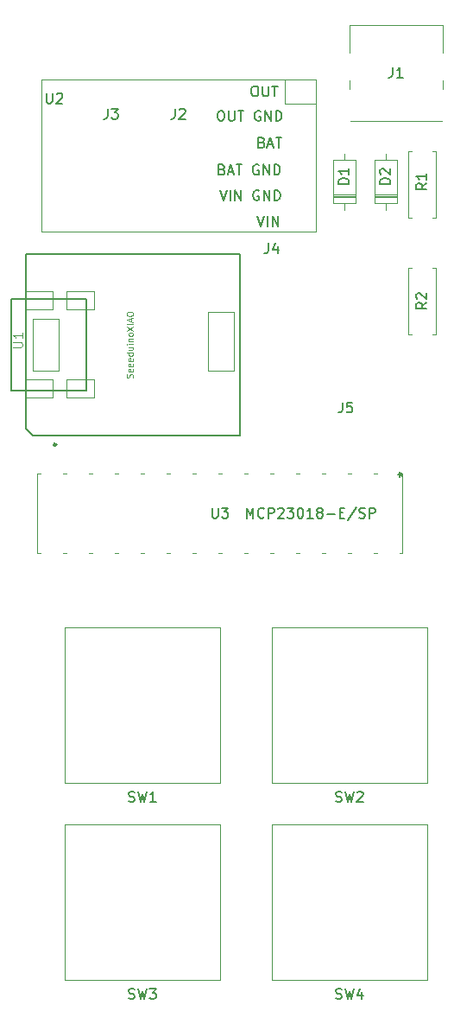
<source format=gbr>
%TF.GenerationSoftware,KiCad,Pcbnew,(6.0.1)*%
%TF.CreationDate,2022-02-25T19:27:25-05:00*%
%TF.ProjectId,InductorSchem,496e6475-6374-46f7-9253-6368656d2e6b,1*%
%TF.SameCoordinates,Original*%
%TF.FileFunction,Legend,Top*%
%TF.FilePolarity,Positive*%
%FSLAX46Y46*%
G04 Gerber Fmt 4.6, Leading zero omitted, Abs format (unit mm)*
G04 Created by KiCad (PCBNEW (6.0.1)) date 2022-02-25 19:27:25*
%MOMM*%
%LPD*%
G01*
G04 APERTURE LIST*
%ADD10C,0.150000*%
%ADD11C,0.101600*%
%ADD12C,0.076200*%
%ADD13C,0.120000*%
%ADD14C,0.066040*%
%ADD15C,0.127000*%
%ADD16C,0.254000*%
G04 APERTURE END LIST*
D10*
%TO.C,U3*%
X139446095Y-99528380D02*
X139446095Y-100337904D01*
X139493714Y-100433142D01*
X139541333Y-100480761D01*
X139636571Y-100528380D01*
X139827047Y-100528380D01*
X139922285Y-100480761D01*
X139969904Y-100433142D01*
X140017523Y-100337904D01*
X140017523Y-99528380D01*
X140398476Y-99528380D02*
X141017523Y-99528380D01*
X140684190Y-99909333D01*
X140827047Y-99909333D01*
X140922285Y-99956952D01*
X140969904Y-100004571D01*
X141017523Y-100099809D01*
X141017523Y-100337904D01*
X140969904Y-100433142D01*
X140922285Y-100480761D01*
X140827047Y-100528380D01*
X140541333Y-100528380D01*
X140446095Y-100480761D01*
X140398476Y-100433142D01*
X142812285Y-100528380D02*
X142812285Y-99528380D01*
X143145619Y-100242666D01*
X143478952Y-99528380D01*
X143478952Y-100528380D01*
X144526571Y-100433142D02*
X144478952Y-100480761D01*
X144336095Y-100528380D01*
X144240857Y-100528380D01*
X144098000Y-100480761D01*
X144002761Y-100385523D01*
X143955142Y-100290285D01*
X143907523Y-100099809D01*
X143907523Y-99956952D01*
X143955142Y-99766476D01*
X144002761Y-99671238D01*
X144098000Y-99576000D01*
X144240857Y-99528380D01*
X144336095Y-99528380D01*
X144478952Y-99576000D01*
X144526571Y-99623619D01*
X144955142Y-100528380D02*
X144955142Y-99528380D01*
X145336095Y-99528380D01*
X145431333Y-99576000D01*
X145478952Y-99623619D01*
X145526571Y-99718857D01*
X145526571Y-99861714D01*
X145478952Y-99956952D01*
X145431333Y-100004571D01*
X145336095Y-100052190D01*
X144955142Y-100052190D01*
X145907523Y-99623619D02*
X145955142Y-99576000D01*
X146050380Y-99528380D01*
X146288476Y-99528380D01*
X146383714Y-99576000D01*
X146431333Y-99623619D01*
X146478952Y-99718857D01*
X146478952Y-99814095D01*
X146431333Y-99956952D01*
X145859904Y-100528380D01*
X146478952Y-100528380D01*
X146812285Y-99528380D02*
X147431333Y-99528380D01*
X147098000Y-99909333D01*
X147240857Y-99909333D01*
X147336095Y-99956952D01*
X147383714Y-100004571D01*
X147431333Y-100099809D01*
X147431333Y-100337904D01*
X147383714Y-100433142D01*
X147336095Y-100480761D01*
X147240857Y-100528380D01*
X146955142Y-100528380D01*
X146859904Y-100480761D01*
X146812285Y-100433142D01*
X148050380Y-99528380D02*
X148145619Y-99528380D01*
X148240857Y-99576000D01*
X148288476Y-99623619D01*
X148336095Y-99718857D01*
X148383714Y-99909333D01*
X148383714Y-100147428D01*
X148336095Y-100337904D01*
X148288476Y-100433142D01*
X148240857Y-100480761D01*
X148145619Y-100528380D01*
X148050380Y-100528380D01*
X147955142Y-100480761D01*
X147907523Y-100433142D01*
X147859904Y-100337904D01*
X147812285Y-100147428D01*
X147812285Y-99909333D01*
X147859904Y-99718857D01*
X147907523Y-99623619D01*
X147955142Y-99576000D01*
X148050380Y-99528380D01*
X149336095Y-100528380D02*
X148764666Y-100528380D01*
X149050380Y-100528380D02*
X149050380Y-99528380D01*
X148955142Y-99671238D01*
X148859904Y-99766476D01*
X148764666Y-99814095D01*
X149907523Y-99956952D02*
X149812285Y-99909333D01*
X149764666Y-99861714D01*
X149717047Y-99766476D01*
X149717047Y-99718857D01*
X149764666Y-99623619D01*
X149812285Y-99576000D01*
X149907523Y-99528380D01*
X150098000Y-99528380D01*
X150193238Y-99576000D01*
X150240857Y-99623619D01*
X150288476Y-99718857D01*
X150288476Y-99766476D01*
X150240857Y-99861714D01*
X150193238Y-99909333D01*
X150098000Y-99956952D01*
X149907523Y-99956952D01*
X149812285Y-100004571D01*
X149764666Y-100052190D01*
X149717047Y-100147428D01*
X149717047Y-100337904D01*
X149764666Y-100433142D01*
X149812285Y-100480761D01*
X149907523Y-100528380D01*
X150098000Y-100528380D01*
X150193238Y-100480761D01*
X150240857Y-100433142D01*
X150288476Y-100337904D01*
X150288476Y-100147428D01*
X150240857Y-100052190D01*
X150193238Y-100004571D01*
X150098000Y-99956952D01*
X150717047Y-100147428D02*
X151478952Y-100147428D01*
X151955142Y-100004571D02*
X152288476Y-100004571D01*
X152431333Y-100528380D02*
X151955142Y-100528380D01*
X151955142Y-99528380D01*
X152431333Y-99528380D01*
X153574190Y-99480761D02*
X152717047Y-100766476D01*
X153859904Y-100480761D02*
X154002761Y-100528380D01*
X154240857Y-100528380D01*
X154336095Y-100480761D01*
X154383714Y-100433142D01*
X154431333Y-100337904D01*
X154431333Y-100242666D01*
X154383714Y-100147428D01*
X154336095Y-100099809D01*
X154240857Y-100052190D01*
X154050380Y-100004571D01*
X153955142Y-99956952D01*
X153907523Y-99909333D01*
X153859904Y-99814095D01*
X153859904Y-99718857D01*
X153907523Y-99623619D01*
X153955142Y-99576000D01*
X154050380Y-99528380D01*
X154288476Y-99528380D01*
X154431333Y-99576000D01*
X154859904Y-100528380D02*
X154859904Y-99528380D01*
X155240857Y-99528380D01*
X155336095Y-99576000D01*
X155383714Y-99623619D01*
X155431333Y-99718857D01*
X155431333Y-99861714D01*
X155383714Y-99956952D01*
X155336095Y-100004571D01*
X155240857Y-100052190D01*
X154859904Y-100052190D01*
X157681680Y-96266000D02*
X157919776Y-96266000D01*
X157824538Y-96504095D02*
X157919776Y-96266000D01*
X157824538Y-96027904D01*
X158110252Y-96408857D02*
X157919776Y-96266000D01*
X158110252Y-96123142D01*
X157681680Y-96266000D02*
X157919776Y-96266000D01*
X157824538Y-96504095D02*
X157919776Y-96266000D01*
X157824538Y-96027904D01*
X158110252Y-96408857D02*
X157919776Y-96266000D01*
X158110252Y-96123142D01*
%TO.C,J1*%
X157146666Y-56348380D02*
X157146666Y-57062666D01*
X157099047Y-57205523D01*
X157003809Y-57300761D01*
X156860952Y-57348380D01*
X156765714Y-57348380D01*
X158146666Y-57348380D02*
X157575238Y-57348380D01*
X157860952Y-57348380D02*
X157860952Y-56348380D01*
X157765714Y-56491238D01*
X157670476Y-56586476D01*
X157575238Y-56634095D01*
%TO.C,D1*%
X152852380Y-67794095D02*
X151852380Y-67794095D01*
X151852380Y-67556000D01*
X151900000Y-67413142D01*
X151995238Y-67317904D01*
X152090476Y-67270285D01*
X152280952Y-67222666D01*
X152423809Y-67222666D01*
X152614285Y-67270285D01*
X152709523Y-67317904D01*
X152804761Y-67413142D01*
X152852380Y-67556000D01*
X152852380Y-67794095D01*
X152852380Y-66270285D02*
X152852380Y-66841714D01*
X152852380Y-66556000D02*
X151852380Y-66556000D01*
X151995238Y-66651238D01*
X152090476Y-66746476D01*
X152138095Y-66841714D01*
%TO.C,J3*%
X129206666Y-60412380D02*
X129206666Y-61126666D01*
X129159047Y-61269523D01*
X129063809Y-61364761D01*
X128920952Y-61412380D01*
X128825714Y-61412380D01*
X129587619Y-60412380D02*
X130206666Y-60412380D01*
X129873333Y-60793333D01*
X130016190Y-60793333D01*
X130111428Y-60840952D01*
X130159047Y-60888571D01*
X130206666Y-60983809D01*
X130206666Y-61221904D01*
X130159047Y-61317142D01*
X130111428Y-61364761D01*
X130016190Y-61412380D01*
X129730476Y-61412380D01*
X129635238Y-61364761D01*
X129587619Y-61317142D01*
%TO.C,R2*%
X160472380Y-79414666D02*
X159996190Y-79748000D01*
X160472380Y-79986095D02*
X159472380Y-79986095D01*
X159472380Y-79605142D01*
X159520000Y-79509904D01*
X159567619Y-79462285D01*
X159662857Y-79414666D01*
X159805714Y-79414666D01*
X159900952Y-79462285D01*
X159948571Y-79509904D01*
X159996190Y-79605142D01*
X159996190Y-79986095D01*
X159567619Y-79033714D02*
X159520000Y-78986095D01*
X159472380Y-78890857D01*
X159472380Y-78652761D01*
X159520000Y-78557523D01*
X159567619Y-78509904D01*
X159662857Y-78462285D01*
X159758095Y-78462285D01*
X159900952Y-78509904D01*
X160472380Y-79081333D01*
X160472380Y-78462285D01*
D11*
%TO.C,U1*%
X119914976Y-83777243D02*
X120634643Y-83777243D01*
X120719310Y-83734910D01*
X120761643Y-83692576D01*
X120803976Y-83607910D01*
X120803976Y-83438576D01*
X120761643Y-83353910D01*
X120719310Y-83311576D01*
X120634643Y-83269243D01*
X119914976Y-83269243D01*
X120803976Y-82380243D02*
X120803976Y-82888243D01*
X120803976Y-82634243D02*
X119914976Y-82634243D01*
X120041976Y-82718910D01*
X120126643Y-82803576D01*
X120168976Y-82888243D01*
D12*
X131634052Y-86766581D02*
X131663081Y-86679495D01*
X131663081Y-86534352D01*
X131634052Y-86476295D01*
X131605024Y-86447267D01*
X131546967Y-86418238D01*
X131488910Y-86418238D01*
X131430852Y-86447267D01*
X131401824Y-86476295D01*
X131372795Y-86534352D01*
X131343767Y-86650467D01*
X131314738Y-86708524D01*
X131285710Y-86737552D01*
X131227652Y-86766581D01*
X131169595Y-86766581D01*
X131111538Y-86737552D01*
X131082510Y-86708524D01*
X131053481Y-86650467D01*
X131053481Y-86505324D01*
X131082510Y-86418238D01*
X131634052Y-85924752D02*
X131663081Y-85982810D01*
X131663081Y-86098924D01*
X131634052Y-86156981D01*
X131575995Y-86186010D01*
X131343767Y-86186010D01*
X131285710Y-86156981D01*
X131256681Y-86098924D01*
X131256681Y-85982810D01*
X131285710Y-85924752D01*
X131343767Y-85895724D01*
X131401824Y-85895724D01*
X131459881Y-86186010D01*
X131634052Y-85402238D02*
X131663081Y-85460295D01*
X131663081Y-85576410D01*
X131634052Y-85634467D01*
X131575995Y-85663495D01*
X131343767Y-85663495D01*
X131285710Y-85634467D01*
X131256681Y-85576410D01*
X131256681Y-85460295D01*
X131285710Y-85402238D01*
X131343767Y-85373210D01*
X131401824Y-85373210D01*
X131459881Y-85663495D01*
X131634052Y-84879724D02*
X131663081Y-84937781D01*
X131663081Y-85053895D01*
X131634052Y-85111952D01*
X131575995Y-85140981D01*
X131343767Y-85140981D01*
X131285710Y-85111952D01*
X131256681Y-85053895D01*
X131256681Y-84937781D01*
X131285710Y-84879724D01*
X131343767Y-84850695D01*
X131401824Y-84850695D01*
X131459881Y-85140981D01*
X131663081Y-84328181D02*
X131053481Y-84328181D01*
X131634052Y-84328181D02*
X131663081Y-84386238D01*
X131663081Y-84502352D01*
X131634052Y-84560410D01*
X131605024Y-84589438D01*
X131546967Y-84618467D01*
X131372795Y-84618467D01*
X131314738Y-84589438D01*
X131285710Y-84560410D01*
X131256681Y-84502352D01*
X131256681Y-84386238D01*
X131285710Y-84328181D01*
X131256681Y-83776638D02*
X131663081Y-83776638D01*
X131256681Y-84037895D02*
X131575995Y-84037895D01*
X131634052Y-84008867D01*
X131663081Y-83950810D01*
X131663081Y-83863724D01*
X131634052Y-83805667D01*
X131605024Y-83776638D01*
X131663081Y-83486352D02*
X131256681Y-83486352D01*
X131053481Y-83486352D02*
X131082510Y-83515381D01*
X131111538Y-83486352D01*
X131082510Y-83457324D01*
X131053481Y-83486352D01*
X131111538Y-83486352D01*
X131256681Y-83196067D02*
X131663081Y-83196067D01*
X131314738Y-83196067D02*
X131285710Y-83167038D01*
X131256681Y-83108981D01*
X131256681Y-83021895D01*
X131285710Y-82963838D01*
X131343767Y-82934810D01*
X131663081Y-82934810D01*
X131663081Y-82557438D02*
X131634052Y-82615495D01*
X131605024Y-82644524D01*
X131546967Y-82673552D01*
X131372795Y-82673552D01*
X131314738Y-82644524D01*
X131285710Y-82615495D01*
X131256681Y-82557438D01*
X131256681Y-82470352D01*
X131285710Y-82412295D01*
X131314738Y-82383267D01*
X131372795Y-82354238D01*
X131546967Y-82354238D01*
X131605024Y-82383267D01*
X131634052Y-82412295D01*
X131663081Y-82470352D01*
X131663081Y-82557438D01*
X131053481Y-82151038D02*
X131663081Y-81744638D01*
X131053481Y-81744638D02*
X131663081Y-82151038D01*
X131663081Y-81512410D02*
X131053481Y-81512410D01*
X131488910Y-81251152D02*
X131488910Y-80960867D01*
X131663081Y-81309210D02*
X131053481Y-81106010D01*
X131663081Y-80902810D01*
X131053481Y-80583495D02*
X131053481Y-80467381D01*
X131082510Y-80409324D01*
X131140567Y-80351267D01*
X131256681Y-80322238D01*
X131459881Y-80322238D01*
X131575995Y-80351267D01*
X131634052Y-80409324D01*
X131663081Y-80467381D01*
X131663081Y-80583495D01*
X131634052Y-80641552D01*
X131575995Y-80699610D01*
X131459881Y-80728638D01*
X131256681Y-80728638D01*
X131140567Y-80699610D01*
X131082510Y-80641552D01*
X131053481Y-80583495D01*
D10*
%TO.C,D2*%
X156916380Y-67794095D02*
X155916380Y-67794095D01*
X155916380Y-67556000D01*
X155964000Y-67413142D01*
X156059238Y-67317904D01*
X156154476Y-67270285D01*
X156344952Y-67222666D01*
X156487809Y-67222666D01*
X156678285Y-67270285D01*
X156773523Y-67317904D01*
X156868761Y-67413142D01*
X156916380Y-67556000D01*
X156916380Y-67794095D01*
X156011619Y-66841714D02*
X155964000Y-66794095D01*
X155916380Y-66698857D01*
X155916380Y-66460761D01*
X155964000Y-66365523D01*
X156011619Y-66317904D01*
X156106857Y-66270285D01*
X156202095Y-66270285D01*
X156344952Y-66317904D01*
X156916380Y-66889333D01*
X156916380Y-66270285D01*
%TO.C,SW4*%
X151574666Y-147580761D02*
X151717523Y-147628380D01*
X151955619Y-147628380D01*
X152050857Y-147580761D01*
X152098476Y-147533142D01*
X152146095Y-147437904D01*
X152146095Y-147342666D01*
X152098476Y-147247428D01*
X152050857Y-147199809D01*
X151955619Y-147152190D01*
X151765142Y-147104571D01*
X151669904Y-147056952D01*
X151622285Y-147009333D01*
X151574666Y-146914095D01*
X151574666Y-146818857D01*
X151622285Y-146723619D01*
X151669904Y-146676000D01*
X151765142Y-146628380D01*
X152003238Y-146628380D01*
X152146095Y-146676000D01*
X152479428Y-146628380D02*
X152717523Y-147628380D01*
X152908000Y-146914095D01*
X153098476Y-147628380D01*
X153336571Y-146628380D01*
X154146095Y-146961714D02*
X154146095Y-147628380D01*
X153908000Y-146580761D02*
X153669904Y-147295047D01*
X154288952Y-147295047D01*
%TO.C,J4*%
X144954666Y-73592380D02*
X144954666Y-74306666D01*
X144907047Y-74449523D01*
X144811809Y-74544761D01*
X144668952Y-74592380D01*
X144573714Y-74592380D01*
X145859428Y-73925714D02*
X145859428Y-74592380D01*
X145621333Y-73544761D02*
X145383238Y-74259047D01*
X146002285Y-74259047D01*
%TO.C,J2*%
X135810666Y-60412380D02*
X135810666Y-61126666D01*
X135763047Y-61269523D01*
X135667809Y-61364761D01*
X135524952Y-61412380D01*
X135429714Y-61412380D01*
X136239238Y-60507619D02*
X136286857Y-60460000D01*
X136382095Y-60412380D01*
X136620190Y-60412380D01*
X136715428Y-60460000D01*
X136763047Y-60507619D01*
X136810666Y-60602857D01*
X136810666Y-60698095D01*
X136763047Y-60840952D01*
X136191619Y-61412380D01*
X136810666Y-61412380D01*
%TO.C,J5*%
X152206666Y-89178380D02*
X152206666Y-89892666D01*
X152159047Y-90035523D01*
X152063809Y-90130761D01*
X151920952Y-90178380D01*
X151825714Y-90178380D01*
X153159047Y-89178380D02*
X152682857Y-89178380D01*
X152635238Y-89654571D01*
X152682857Y-89606952D01*
X152778095Y-89559333D01*
X153016190Y-89559333D01*
X153111428Y-89606952D01*
X153159047Y-89654571D01*
X153206666Y-89749809D01*
X153206666Y-89987904D01*
X153159047Y-90083142D01*
X153111428Y-90130761D01*
X153016190Y-90178380D01*
X152778095Y-90178380D01*
X152682857Y-90130761D01*
X152635238Y-90083142D01*
%TO.C,SW3*%
X131254666Y-147580761D02*
X131397523Y-147628380D01*
X131635619Y-147628380D01*
X131730857Y-147580761D01*
X131778476Y-147533142D01*
X131826095Y-147437904D01*
X131826095Y-147342666D01*
X131778476Y-147247428D01*
X131730857Y-147199809D01*
X131635619Y-147152190D01*
X131445142Y-147104571D01*
X131349904Y-147056952D01*
X131302285Y-147009333D01*
X131254666Y-146914095D01*
X131254666Y-146818857D01*
X131302285Y-146723619D01*
X131349904Y-146676000D01*
X131445142Y-146628380D01*
X131683238Y-146628380D01*
X131826095Y-146676000D01*
X132159428Y-146628380D02*
X132397523Y-147628380D01*
X132588000Y-146914095D01*
X132778476Y-147628380D01*
X133016571Y-146628380D01*
X133302285Y-146628380D02*
X133921333Y-146628380D01*
X133588000Y-147009333D01*
X133730857Y-147009333D01*
X133826095Y-147056952D01*
X133873714Y-147104571D01*
X133921333Y-147199809D01*
X133921333Y-147437904D01*
X133873714Y-147533142D01*
X133826095Y-147580761D01*
X133730857Y-147628380D01*
X133445142Y-147628380D01*
X133349904Y-147580761D01*
X133302285Y-147533142D01*
%TO.C,SW1*%
X131254666Y-128276761D02*
X131397523Y-128324380D01*
X131635619Y-128324380D01*
X131730857Y-128276761D01*
X131778476Y-128229142D01*
X131826095Y-128133904D01*
X131826095Y-128038666D01*
X131778476Y-127943428D01*
X131730857Y-127895809D01*
X131635619Y-127848190D01*
X131445142Y-127800571D01*
X131349904Y-127752952D01*
X131302285Y-127705333D01*
X131254666Y-127610095D01*
X131254666Y-127514857D01*
X131302285Y-127419619D01*
X131349904Y-127372000D01*
X131445142Y-127324380D01*
X131683238Y-127324380D01*
X131826095Y-127372000D01*
X132159428Y-127324380D02*
X132397523Y-128324380D01*
X132588000Y-127610095D01*
X132778476Y-128324380D01*
X133016571Y-127324380D01*
X133921333Y-128324380D02*
X133349904Y-128324380D01*
X133635619Y-128324380D02*
X133635619Y-127324380D01*
X133540380Y-127467238D01*
X133445142Y-127562476D01*
X133349904Y-127610095D01*
%TO.C,SW2*%
X151574666Y-128276761D02*
X151717523Y-128324380D01*
X151955619Y-128324380D01*
X152050857Y-128276761D01*
X152098476Y-128229142D01*
X152146095Y-128133904D01*
X152146095Y-128038666D01*
X152098476Y-127943428D01*
X152050857Y-127895809D01*
X151955619Y-127848190D01*
X151765142Y-127800571D01*
X151669904Y-127752952D01*
X151622285Y-127705333D01*
X151574666Y-127610095D01*
X151574666Y-127514857D01*
X151622285Y-127419619D01*
X151669904Y-127372000D01*
X151765142Y-127324380D01*
X152003238Y-127324380D01*
X152146095Y-127372000D01*
X152479428Y-127324380D02*
X152717523Y-128324380D01*
X152908000Y-127610095D01*
X153098476Y-128324380D01*
X153336571Y-127324380D01*
X153669904Y-127419619D02*
X153717523Y-127372000D01*
X153812761Y-127324380D01*
X154050857Y-127324380D01*
X154146095Y-127372000D01*
X154193714Y-127419619D01*
X154241333Y-127514857D01*
X154241333Y-127610095D01*
X154193714Y-127752952D01*
X153622285Y-128324380D01*
X154241333Y-128324380D01*
%TO.C,U2*%
X123190095Y-58888380D02*
X123190095Y-59697904D01*
X123237714Y-59793142D01*
X123285333Y-59840761D01*
X123380571Y-59888380D01*
X123571047Y-59888380D01*
X123666285Y-59840761D01*
X123713904Y-59793142D01*
X123761523Y-59697904D01*
X123761523Y-58888380D01*
X124190095Y-58983619D02*
X124237714Y-58936000D01*
X124332952Y-58888380D01*
X124571047Y-58888380D01*
X124666285Y-58936000D01*
X124713904Y-58983619D01*
X124761523Y-59078857D01*
X124761523Y-59174095D01*
X124713904Y-59316952D01*
X124142476Y-59888380D01*
X124761523Y-59888380D01*
X143883160Y-70926552D02*
X144216494Y-71926552D01*
X144549827Y-70926552D01*
X144883160Y-71926552D02*
X144883160Y-70926552D01*
X145359351Y-71926552D02*
X145359351Y-70926552D01*
X145930779Y-71926552D01*
X145930779Y-70926552D01*
X140209977Y-60600870D02*
X140400453Y-60600870D01*
X140495691Y-60648490D01*
X140590929Y-60743728D01*
X140638548Y-60934204D01*
X140638548Y-61267537D01*
X140590929Y-61458013D01*
X140495691Y-61553251D01*
X140400453Y-61600870D01*
X140209977Y-61600870D01*
X140114739Y-61553251D01*
X140019500Y-61458013D01*
X139971881Y-61267537D01*
X139971881Y-60934204D01*
X140019500Y-60743728D01*
X140114739Y-60648490D01*
X140209977Y-60600870D01*
X141067119Y-60600870D02*
X141067119Y-61410394D01*
X141114739Y-61505632D01*
X141162358Y-61553251D01*
X141257596Y-61600870D01*
X141448072Y-61600870D01*
X141543310Y-61553251D01*
X141590929Y-61505632D01*
X141638548Y-61410394D01*
X141638548Y-60600870D01*
X141971881Y-60600870D02*
X142543310Y-60600870D01*
X142257596Y-61600870D02*
X142257596Y-60600870D01*
X144162358Y-60648490D02*
X144067119Y-60600870D01*
X143924262Y-60600870D01*
X143781405Y-60648490D01*
X143686167Y-60743728D01*
X143638548Y-60838966D01*
X143590929Y-61029442D01*
X143590929Y-61172299D01*
X143638548Y-61362775D01*
X143686167Y-61458013D01*
X143781405Y-61553251D01*
X143924262Y-61600870D01*
X144019500Y-61600870D01*
X144162358Y-61553251D01*
X144209977Y-61505632D01*
X144209977Y-61172299D01*
X144019500Y-61172299D01*
X144638548Y-61600870D02*
X144638548Y-60600870D01*
X145209977Y-61600870D01*
X145209977Y-60600870D01*
X145686167Y-61600870D02*
X145686167Y-60600870D01*
X145924262Y-60600870D01*
X146067119Y-60648490D01*
X146162358Y-60743728D01*
X146209977Y-60838966D01*
X146257596Y-61029442D01*
X146257596Y-61172299D01*
X146209977Y-61362775D01*
X146162358Y-61458013D01*
X146067119Y-61553251D01*
X145924262Y-61600870D01*
X145686167Y-61600870D01*
X140421512Y-66365825D02*
X140564370Y-66413444D01*
X140611989Y-66461063D01*
X140659608Y-66556301D01*
X140659608Y-66699158D01*
X140611989Y-66794396D01*
X140564370Y-66842015D01*
X140469131Y-66889634D01*
X140088179Y-66889634D01*
X140088179Y-65889634D01*
X140421512Y-65889634D01*
X140516750Y-65937254D01*
X140564370Y-65984873D01*
X140611989Y-66080111D01*
X140611989Y-66175349D01*
X140564370Y-66270587D01*
X140516750Y-66318206D01*
X140421512Y-66365825D01*
X140088179Y-66365825D01*
X141040560Y-66603920D02*
X141516750Y-66603920D01*
X140945322Y-66889634D02*
X141278655Y-65889634D01*
X141611989Y-66889634D01*
X141802465Y-65889634D02*
X142373893Y-65889634D01*
X142088179Y-66889634D02*
X142088179Y-65889634D01*
X143992941Y-65937254D02*
X143897703Y-65889634D01*
X143754846Y-65889634D01*
X143611989Y-65937254D01*
X143516750Y-66032492D01*
X143469131Y-66127730D01*
X143421512Y-66318206D01*
X143421512Y-66461063D01*
X143469131Y-66651539D01*
X143516750Y-66746777D01*
X143611989Y-66842015D01*
X143754846Y-66889634D01*
X143850084Y-66889634D01*
X143992941Y-66842015D01*
X144040560Y-66794396D01*
X144040560Y-66461063D01*
X143850084Y-66461063D01*
X144469131Y-66889634D02*
X144469131Y-65889634D01*
X145040560Y-66889634D01*
X145040560Y-65889634D01*
X145516750Y-66889634D02*
X145516750Y-65889634D01*
X145754846Y-65889634D01*
X145897703Y-65937254D01*
X145992941Y-66032492D01*
X146040560Y-66127730D01*
X146088179Y-66318206D01*
X146088179Y-66461063D01*
X146040560Y-66651539D01*
X145992941Y-66746777D01*
X145897703Y-66842015D01*
X145754846Y-66889634D01*
X145516750Y-66889634D01*
X143546617Y-58190437D02*
X143737093Y-58190437D01*
X143832331Y-58238057D01*
X143927569Y-58333295D01*
X143975188Y-58523771D01*
X143975188Y-58857104D01*
X143927569Y-59047580D01*
X143832331Y-59142818D01*
X143737093Y-59190437D01*
X143546617Y-59190437D01*
X143451378Y-59142818D01*
X143356140Y-59047580D01*
X143308521Y-58857104D01*
X143308521Y-58523771D01*
X143356140Y-58333295D01*
X143451378Y-58238057D01*
X143546617Y-58190437D01*
X144403759Y-58190437D02*
X144403759Y-58999961D01*
X144451378Y-59095199D01*
X144498997Y-59142818D01*
X144594236Y-59190437D01*
X144784712Y-59190437D01*
X144879950Y-59142818D01*
X144927569Y-59095199D01*
X144975188Y-58999961D01*
X144975188Y-58190437D01*
X145308521Y-58190437D02*
X145879950Y-58190437D01*
X145594236Y-59190437D02*
X145594236Y-58190437D01*
X144312213Y-63703547D02*
X144455070Y-63751166D01*
X144502689Y-63798785D01*
X144550309Y-63894023D01*
X144550309Y-64036880D01*
X144502689Y-64132118D01*
X144455070Y-64179737D01*
X144359832Y-64227356D01*
X143978880Y-64227356D01*
X143978880Y-63227356D01*
X144312213Y-63227356D01*
X144407451Y-63274976D01*
X144455070Y-63322595D01*
X144502689Y-63417833D01*
X144502689Y-63513071D01*
X144455070Y-63608309D01*
X144407451Y-63655928D01*
X144312213Y-63703547D01*
X143978880Y-63703547D01*
X144931261Y-63941642D02*
X145407451Y-63941642D01*
X144836023Y-64227356D02*
X145169356Y-63227356D01*
X145502689Y-64227356D01*
X145693166Y-63227356D02*
X146264594Y-63227356D01*
X145978880Y-64227356D02*
X145978880Y-63227356D01*
X140215477Y-68408093D02*
X140548810Y-69408093D01*
X140882143Y-68408093D01*
X141215477Y-69408093D02*
X141215477Y-68408093D01*
X141691667Y-69408093D02*
X141691667Y-68408093D01*
X142263096Y-69408093D01*
X142263096Y-68408093D01*
X144025000Y-68455713D02*
X143929762Y-68408093D01*
X143786905Y-68408093D01*
X143644048Y-68455713D01*
X143548810Y-68550951D01*
X143501191Y-68646189D01*
X143453572Y-68836665D01*
X143453572Y-68979522D01*
X143501191Y-69169998D01*
X143548810Y-69265236D01*
X143644048Y-69360474D01*
X143786905Y-69408093D01*
X143882143Y-69408093D01*
X144025000Y-69360474D01*
X144072619Y-69312855D01*
X144072619Y-68979522D01*
X143882143Y-68979522D01*
X144501191Y-69408093D02*
X144501191Y-68408093D01*
X145072619Y-69408093D01*
X145072619Y-68408093D01*
X145548810Y-69408093D02*
X145548810Y-68408093D01*
X145786905Y-68408093D01*
X145929762Y-68455713D01*
X146025000Y-68550951D01*
X146072619Y-68646189D01*
X146120238Y-68836665D01*
X146120238Y-68979522D01*
X146072619Y-69169998D01*
X146025000Y-69265236D01*
X145929762Y-69360474D01*
X145786905Y-69408093D01*
X145548810Y-69408093D01*
%TO.C,R1*%
X160472380Y-67730666D02*
X159996190Y-68064000D01*
X160472380Y-68302095D02*
X159472380Y-68302095D01*
X159472380Y-67921142D01*
X159520000Y-67825904D01*
X159567619Y-67778285D01*
X159662857Y-67730666D01*
X159805714Y-67730666D01*
X159900952Y-67778285D01*
X159948571Y-67825904D01*
X159996190Y-67921142D01*
X159996190Y-68302095D01*
X160472380Y-66778285D02*
X160472380Y-67349714D01*
X160472380Y-67064000D02*
X159472380Y-67064000D01*
X159615238Y-67159238D01*
X159710476Y-67254476D01*
X159758095Y-67349714D01*
D13*
%TO.C,U3*%
X122301000Y-96202500D02*
X122301000Y-103949500D01*
X122301000Y-103949500D02*
X122617825Y-103949500D01*
X158115000Y-103949500D02*
X158115000Y-96202500D01*
X158115000Y-96202500D02*
X157800040Y-96202500D01*
X155635960Y-96202500D02*
X155258175Y-96202500D01*
X153097825Y-96202500D02*
X152718175Y-96202500D01*
X150557825Y-96202500D02*
X150178175Y-96202500D01*
X148017825Y-96202500D02*
X147638175Y-96202500D01*
X145477825Y-96202500D02*
X145098175Y-96202500D01*
X142937825Y-96202500D02*
X142558175Y-96202500D01*
X140397825Y-96202500D02*
X140018175Y-96202500D01*
X137857825Y-96202500D02*
X137478175Y-96202500D01*
X135317825Y-96202500D02*
X134938175Y-96202500D01*
X132777825Y-96202500D02*
X132398175Y-96202500D01*
X130237825Y-96202500D02*
X129858175Y-96202500D01*
X127697825Y-96202500D02*
X127318175Y-96202500D01*
X125157825Y-96202500D02*
X124778175Y-96202500D01*
X122617825Y-96202500D02*
X122301000Y-96202500D01*
X124778175Y-103949500D02*
X125157825Y-103949500D01*
X127318175Y-103949500D02*
X127697825Y-103949500D01*
X129858175Y-103949500D02*
X130237825Y-103949500D01*
X132398175Y-103949500D02*
X132777825Y-103949500D01*
X134938175Y-103949500D02*
X135317825Y-103949500D01*
X137478175Y-103949500D02*
X137857825Y-103949500D01*
X140018175Y-103949500D02*
X140397825Y-103949500D01*
X142558175Y-103949500D02*
X142937825Y-103949500D01*
X145098175Y-103949500D02*
X145477825Y-103949500D01*
X147638175Y-103949500D02*
X148017825Y-103949500D01*
X150178175Y-103949500D02*
X150557825Y-103949500D01*
X152718175Y-103949500D02*
X153097825Y-103949500D01*
X155258175Y-103949500D02*
X155637825Y-103949500D01*
X157798175Y-103949500D02*
X158115000Y-103949500D01*
%TO.C,J1*%
X152885000Y-58521000D02*
X152885000Y-57621000D01*
X162075000Y-58521000D02*
X162075000Y-57621000D01*
X162075000Y-52191000D02*
X152885000Y-52191000D01*
X161955000Y-61601000D02*
X153005000Y-61601000D01*
X152885000Y-54921000D02*
X152885000Y-52191000D01*
X162075000Y-54921000D02*
X162075000Y-52191000D01*
%TO.C,D1*%
X153520000Y-65444000D02*
X151280000Y-65444000D01*
X152400000Y-64794000D02*
X152400000Y-65444000D01*
X153520000Y-69684000D02*
X153520000Y-65444000D01*
X151280000Y-68844000D02*
X153520000Y-68844000D01*
X151280000Y-69084000D02*
X153520000Y-69084000D01*
X152400000Y-70334000D02*
X152400000Y-69684000D01*
X151280000Y-68964000D02*
X153520000Y-68964000D01*
X151280000Y-69684000D02*
X153520000Y-69684000D01*
X151280000Y-65444000D02*
X151280000Y-69684000D01*
%TO.C,R2*%
X161390000Y-82518000D02*
X161060000Y-82518000D01*
X161060000Y-75978000D02*
X161390000Y-75978000D01*
X158650000Y-75978000D02*
X158650000Y-82518000D01*
X158980000Y-75978000D02*
X158650000Y-75978000D01*
X161390000Y-75978000D02*
X161390000Y-82518000D01*
X158650000Y-82518000D02*
X158980000Y-82518000D01*
D14*
%TO.C,U1*%
X139007310Y-86084410D02*
X139007310Y-80369410D01*
D15*
X121854690Y-92434410D02*
X142182310Y-92434410D01*
D14*
X123767310Y-80115410D02*
X123767310Y-78337410D01*
X125164310Y-88751410D02*
X125164310Y-86973410D01*
X127833850Y-88751410D02*
X127833850Y-86973410D01*
X121862310Y-86084410D02*
X121862310Y-81004410D01*
D15*
X127112490Y-79040990D02*
X127112490Y-88040210D01*
D14*
X124402310Y-81004410D02*
X121862310Y-81004410D01*
X121100310Y-88751410D02*
X121100310Y-86973410D01*
X127833850Y-78337410D02*
X125164310Y-78337410D01*
X124402310Y-86084410D02*
X121862310Y-86084410D01*
X123767310Y-88751410D02*
X123767310Y-86973410D01*
X127833850Y-88751410D02*
X125164310Y-88751410D01*
X121100310Y-80115410D02*
X121100310Y-78337410D01*
X123767310Y-86973410D02*
X121100310Y-86973410D01*
D15*
X142182310Y-74636630D02*
X121184130Y-74636630D01*
D14*
X141547310Y-86084410D02*
X139007310Y-86084410D01*
X123767310Y-88751410D02*
X121100310Y-88751410D01*
D15*
X142182310Y-92434410D02*
X142182310Y-74636630D01*
X121184130Y-91763850D02*
X121854690Y-92434410D01*
X119759190Y-79040990D02*
X127112490Y-79040990D01*
D14*
X127833850Y-86973410D02*
X125164310Y-86973410D01*
X141547310Y-80369410D02*
X139007310Y-80369410D01*
X124402310Y-86084410D02*
X124402310Y-81004410D01*
X123767310Y-80115410D02*
X121100310Y-80115410D01*
D15*
X127112490Y-88040210D02*
X119759190Y-88040210D01*
X121184130Y-74636630D02*
X121184130Y-91763850D01*
D14*
X125164310Y-80115410D02*
X125164310Y-78337410D01*
D15*
X119759190Y-88035130D02*
X119759190Y-79040990D01*
D14*
X127833850Y-80115410D02*
X127833850Y-78337410D01*
X127833850Y-80115410D02*
X125164310Y-80115410D01*
X141547310Y-86084410D02*
X141547310Y-80369410D01*
X123767310Y-78337410D02*
X121100310Y-78337410D01*
D16*
X124148310Y-93323410D02*
G75*
G03*
X124148310Y-93323410I-127000J0D01*
G01*
D13*
%TO.C,D2*%
X156464000Y-64794000D02*
X156464000Y-65444000D01*
X155344000Y-69084000D02*
X157584000Y-69084000D01*
X155344000Y-65444000D02*
X155344000Y-69684000D01*
X156464000Y-70334000D02*
X156464000Y-69684000D01*
X155344000Y-68964000D02*
X157584000Y-68964000D01*
X155344000Y-68844000D02*
X157584000Y-68844000D01*
X157584000Y-65444000D02*
X155344000Y-65444000D01*
X155344000Y-69684000D02*
X157584000Y-69684000D01*
X157584000Y-69684000D02*
X157584000Y-65444000D01*
%TO.C,SW4*%
X160508000Y-145776000D02*
X160508000Y-130576000D01*
X145308000Y-145776000D02*
X160508000Y-145776000D01*
X160508000Y-130576000D02*
X145308000Y-130576000D01*
X145308000Y-130576000D02*
X145308000Y-145776000D01*
%TO.C,SW3*%
X124988000Y-145776000D02*
X140188000Y-145776000D01*
X140188000Y-145776000D02*
X140188000Y-130576000D01*
X140188000Y-130576000D02*
X124988000Y-130576000D01*
X124988000Y-130576000D02*
X124988000Y-145776000D01*
%TO.C,SW1*%
X124988000Y-126472000D02*
X140188000Y-126472000D01*
X140188000Y-111272000D02*
X124988000Y-111272000D01*
X140188000Y-126472000D02*
X140188000Y-111272000D01*
X124988000Y-111272000D02*
X124988000Y-126472000D01*
%TO.C,SW2*%
X145308000Y-111272000D02*
X145308000Y-126472000D01*
X160508000Y-111272000D02*
X145308000Y-111272000D01*
X145308000Y-126472000D02*
X160508000Y-126472000D01*
X160508000Y-126472000D02*
X160508000Y-111272000D01*
%TO.C,U2*%
X149594000Y-59946917D02*
X146594000Y-59946917D01*
X149594000Y-72476917D02*
X122694000Y-72476917D01*
X122694000Y-72476917D02*
X122694000Y-57576917D01*
X149594000Y-57576917D02*
X149594000Y-72476917D01*
X122694000Y-57576917D02*
X149594000Y-57576917D01*
X146594000Y-59946917D02*
X146598695Y-57571084D01*
%TO.C,R1*%
X158650000Y-64548000D02*
X158650000Y-71088000D01*
X161390000Y-71088000D02*
X161060000Y-71088000D01*
X158980000Y-64548000D02*
X158650000Y-64548000D01*
X161060000Y-64548000D02*
X161390000Y-64548000D01*
X161390000Y-64548000D02*
X161390000Y-71088000D01*
X158650000Y-71088000D02*
X158980000Y-71088000D01*
%TD*%
M02*

</source>
